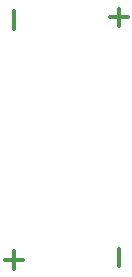
<source format=gbo>
G75*
%MOIN*%
%OFA0B0*%
%FSLAX25Y25*%
%IPPOS*%
%LPD*%
%AMOC8*
5,1,8,0,0,1.08239X$1,22.5*
%
%ADD10C,0.01200*%
D10*
X0424668Y0141136D02*
X0430540Y0141136D01*
X0427604Y0138200D02*
X0427604Y0144072D01*
X0462604Y0144864D02*
X0462604Y0138992D01*
X0462604Y0218992D02*
X0462604Y0224864D01*
X0465540Y0221928D02*
X0459668Y0221928D01*
X0427604Y0224072D02*
X0427604Y0218200D01*
M02*

</source>
